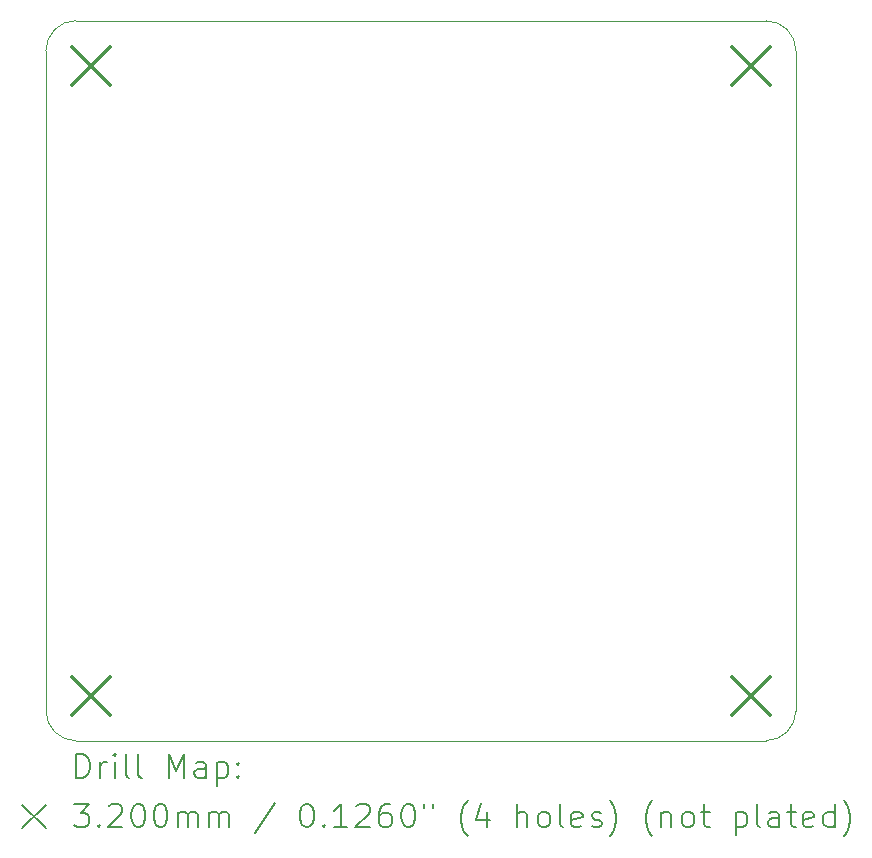
<source format=gbr>
%TF.GenerationSoftware,KiCad,Pcbnew,8.0.3*%
%TF.CreationDate,2025-02-15T11:00:28+13:00*%
%TF.ProjectId,2102_sram_tester,32313032-5f73-4726-916d-5f7465737465,rev?*%
%TF.SameCoordinates,Original*%
%TF.FileFunction,Drillmap*%
%TF.FilePolarity,Positive*%
%FSLAX45Y45*%
G04 Gerber Fmt 4.5, Leading zero omitted, Abs format (unit mm)*
G04 Created by KiCad (PCBNEW 8.0.3) date 2025-02-15 11:00:28*
%MOMM*%
%LPD*%
G01*
G04 APERTURE LIST*
%ADD10C,0.050000*%
%ADD11C,0.200000*%
%ADD12C,0.320000*%
G04 APERTURE END LIST*
D10*
X17272000Y-6832600D02*
X11430000Y-6832600D01*
X17526000Y-12674600D02*
X17526000Y-7086600D01*
X11176000Y-7086600D02*
G75*
G02*
X11430000Y-6832600I254000J0D01*
G01*
X11430000Y-12928600D02*
X17272000Y-12928600D01*
X17272000Y-6832600D02*
G75*
G02*
X17526000Y-7086600I0J-254000D01*
G01*
X11430000Y-12928600D02*
G75*
G02*
X11176000Y-12674600I0J254000D01*
G01*
X17526000Y-12674600D02*
G75*
G02*
X17272000Y-12928600I-254000J0D01*
G01*
X11176000Y-7086600D02*
X11176000Y-12674600D01*
D11*
D12*
X11397000Y-7053600D02*
X11717000Y-7373600D01*
X11717000Y-7053600D02*
X11397000Y-7373600D01*
X11397000Y-12387600D02*
X11717000Y-12707600D01*
X11717000Y-12387600D02*
X11397000Y-12707600D01*
X16985000Y-7053600D02*
X17305000Y-7373600D01*
X17305000Y-7053600D02*
X16985000Y-7373600D01*
X16985000Y-12387600D02*
X17305000Y-12707600D01*
X17305000Y-12387600D02*
X16985000Y-12707600D01*
D11*
X11434277Y-13242584D02*
X11434277Y-13042584D01*
X11434277Y-13042584D02*
X11481896Y-13042584D01*
X11481896Y-13042584D02*
X11510467Y-13052108D01*
X11510467Y-13052108D02*
X11529515Y-13071155D01*
X11529515Y-13071155D02*
X11539039Y-13090203D01*
X11539039Y-13090203D02*
X11548562Y-13128298D01*
X11548562Y-13128298D02*
X11548562Y-13156869D01*
X11548562Y-13156869D02*
X11539039Y-13194965D01*
X11539039Y-13194965D02*
X11529515Y-13214012D01*
X11529515Y-13214012D02*
X11510467Y-13233060D01*
X11510467Y-13233060D02*
X11481896Y-13242584D01*
X11481896Y-13242584D02*
X11434277Y-13242584D01*
X11634277Y-13242584D02*
X11634277Y-13109250D01*
X11634277Y-13147346D02*
X11643801Y-13128298D01*
X11643801Y-13128298D02*
X11653324Y-13118774D01*
X11653324Y-13118774D02*
X11672372Y-13109250D01*
X11672372Y-13109250D02*
X11691420Y-13109250D01*
X11758086Y-13242584D02*
X11758086Y-13109250D01*
X11758086Y-13042584D02*
X11748562Y-13052108D01*
X11748562Y-13052108D02*
X11758086Y-13061631D01*
X11758086Y-13061631D02*
X11767610Y-13052108D01*
X11767610Y-13052108D02*
X11758086Y-13042584D01*
X11758086Y-13042584D02*
X11758086Y-13061631D01*
X11881896Y-13242584D02*
X11862848Y-13233060D01*
X11862848Y-13233060D02*
X11853324Y-13214012D01*
X11853324Y-13214012D02*
X11853324Y-13042584D01*
X11986658Y-13242584D02*
X11967610Y-13233060D01*
X11967610Y-13233060D02*
X11958086Y-13214012D01*
X11958086Y-13214012D02*
X11958086Y-13042584D01*
X12215229Y-13242584D02*
X12215229Y-13042584D01*
X12215229Y-13042584D02*
X12281896Y-13185441D01*
X12281896Y-13185441D02*
X12348562Y-13042584D01*
X12348562Y-13042584D02*
X12348562Y-13242584D01*
X12529515Y-13242584D02*
X12529515Y-13137822D01*
X12529515Y-13137822D02*
X12519991Y-13118774D01*
X12519991Y-13118774D02*
X12500943Y-13109250D01*
X12500943Y-13109250D02*
X12462848Y-13109250D01*
X12462848Y-13109250D02*
X12443801Y-13118774D01*
X12529515Y-13233060D02*
X12510467Y-13242584D01*
X12510467Y-13242584D02*
X12462848Y-13242584D01*
X12462848Y-13242584D02*
X12443801Y-13233060D01*
X12443801Y-13233060D02*
X12434277Y-13214012D01*
X12434277Y-13214012D02*
X12434277Y-13194965D01*
X12434277Y-13194965D02*
X12443801Y-13175917D01*
X12443801Y-13175917D02*
X12462848Y-13166393D01*
X12462848Y-13166393D02*
X12510467Y-13166393D01*
X12510467Y-13166393D02*
X12529515Y-13156869D01*
X12624753Y-13109250D02*
X12624753Y-13309250D01*
X12624753Y-13118774D02*
X12643801Y-13109250D01*
X12643801Y-13109250D02*
X12681896Y-13109250D01*
X12681896Y-13109250D02*
X12700943Y-13118774D01*
X12700943Y-13118774D02*
X12710467Y-13128298D01*
X12710467Y-13128298D02*
X12719991Y-13147346D01*
X12719991Y-13147346D02*
X12719991Y-13204488D01*
X12719991Y-13204488D02*
X12710467Y-13223536D01*
X12710467Y-13223536D02*
X12700943Y-13233060D01*
X12700943Y-13233060D02*
X12681896Y-13242584D01*
X12681896Y-13242584D02*
X12643801Y-13242584D01*
X12643801Y-13242584D02*
X12624753Y-13233060D01*
X12805705Y-13223536D02*
X12815229Y-13233060D01*
X12815229Y-13233060D02*
X12805705Y-13242584D01*
X12805705Y-13242584D02*
X12796182Y-13233060D01*
X12796182Y-13233060D02*
X12805705Y-13223536D01*
X12805705Y-13223536D02*
X12805705Y-13242584D01*
X12805705Y-13118774D02*
X12815229Y-13128298D01*
X12815229Y-13128298D02*
X12805705Y-13137822D01*
X12805705Y-13137822D02*
X12796182Y-13128298D01*
X12796182Y-13128298D02*
X12805705Y-13118774D01*
X12805705Y-13118774D02*
X12805705Y-13137822D01*
X10973500Y-13471100D02*
X11173500Y-13671100D01*
X11173500Y-13471100D02*
X10973500Y-13671100D01*
X11415229Y-13462584D02*
X11539039Y-13462584D01*
X11539039Y-13462584D02*
X11472372Y-13538774D01*
X11472372Y-13538774D02*
X11500943Y-13538774D01*
X11500943Y-13538774D02*
X11519991Y-13548298D01*
X11519991Y-13548298D02*
X11529515Y-13557822D01*
X11529515Y-13557822D02*
X11539039Y-13576869D01*
X11539039Y-13576869D02*
X11539039Y-13624488D01*
X11539039Y-13624488D02*
X11529515Y-13643536D01*
X11529515Y-13643536D02*
X11519991Y-13653060D01*
X11519991Y-13653060D02*
X11500943Y-13662584D01*
X11500943Y-13662584D02*
X11443801Y-13662584D01*
X11443801Y-13662584D02*
X11424753Y-13653060D01*
X11424753Y-13653060D02*
X11415229Y-13643536D01*
X11624753Y-13643536D02*
X11634277Y-13653060D01*
X11634277Y-13653060D02*
X11624753Y-13662584D01*
X11624753Y-13662584D02*
X11615229Y-13653060D01*
X11615229Y-13653060D02*
X11624753Y-13643536D01*
X11624753Y-13643536D02*
X11624753Y-13662584D01*
X11710467Y-13481631D02*
X11719991Y-13472108D01*
X11719991Y-13472108D02*
X11739039Y-13462584D01*
X11739039Y-13462584D02*
X11786658Y-13462584D01*
X11786658Y-13462584D02*
X11805705Y-13472108D01*
X11805705Y-13472108D02*
X11815229Y-13481631D01*
X11815229Y-13481631D02*
X11824753Y-13500679D01*
X11824753Y-13500679D02*
X11824753Y-13519727D01*
X11824753Y-13519727D02*
X11815229Y-13548298D01*
X11815229Y-13548298D02*
X11700943Y-13662584D01*
X11700943Y-13662584D02*
X11824753Y-13662584D01*
X11948562Y-13462584D02*
X11967610Y-13462584D01*
X11967610Y-13462584D02*
X11986658Y-13472108D01*
X11986658Y-13472108D02*
X11996182Y-13481631D01*
X11996182Y-13481631D02*
X12005705Y-13500679D01*
X12005705Y-13500679D02*
X12015229Y-13538774D01*
X12015229Y-13538774D02*
X12015229Y-13586393D01*
X12015229Y-13586393D02*
X12005705Y-13624488D01*
X12005705Y-13624488D02*
X11996182Y-13643536D01*
X11996182Y-13643536D02*
X11986658Y-13653060D01*
X11986658Y-13653060D02*
X11967610Y-13662584D01*
X11967610Y-13662584D02*
X11948562Y-13662584D01*
X11948562Y-13662584D02*
X11929515Y-13653060D01*
X11929515Y-13653060D02*
X11919991Y-13643536D01*
X11919991Y-13643536D02*
X11910467Y-13624488D01*
X11910467Y-13624488D02*
X11900943Y-13586393D01*
X11900943Y-13586393D02*
X11900943Y-13538774D01*
X11900943Y-13538774D02*
X11910467Y-13500679D01*
X11910467Y-13500679D02*
X11919991Y-13481631D01*
X11919991Y-13481631D02*
X11929515Y-13472108D01*
X11929515Y-13472108D02*
X11948562Y-13462584D01*
X12139039Y-13462584D02*
X12158086Y-13462584D01*
X12158086Y-13462584D02*
X12177134Y-13472108D01*
X12177134Y-13472108D02*
X12186658Y-13481631D01*
X12186658Y-13481631D02*
X12196182Y-13500679D01*
X12196182Y-13500679D02*
X12205705Y-13538774D01*
X12205705Y-13538774D02*
X12205705Y-13586393D01*
X12205705Y-13586393D02*
X12196182Y-13624488D01*
X12196182Y-13624488D02*
X12186658Y-13643536D01*
X12186658Y-13643536D02*
X12177134Y-13653060D01*
X12177134Y-13653060D02*
X12158086Y-13662584D01*
X12158086Y-13662584D02*
X12139039Y-13662584D01*
X12139039Y-13662584D02*
X12119991Y-13653060D01*
X12119991Y-13653060D02*
X12110467Y-13643536D01*
X12110467Y-13643536D02*
X12100943Y-13624488D01*
X12100943Y-13624488D02*
X12091420Y-13586393D01*
X12091420Y-13586393D02*
X12091420Y-13538774D01*
X12091420Y-13538774D02*
X12100943Y-13500679D01*
X12100943Y-13500679D02*
X12110467Y-13481631D01*
X12110467Y-13481631D02*
X12119991Y-13472108D01*
X12119991Y-13472108D02*
X12139039Y-13462584D01*
X12291420Y-13662584D02*
X12291420Y-13529250D01*
X12291420Y-13548298D02*
X12300943Y-13538774D01*
X12300943Y-13538774D02*
X12319991Y-13529250D01*
X12319991Y-13529250D02*
X12348563Y-13529250D01*
X12348563Y-13529250D02*
X12367610Y-13538774D01*
X12367610Y-13538774D02*
X12377134Y-13557822D01*
X12377134Y-13557822D02*
X12377134Y-13662584D01*
X12377134Y-13557822D02*
X12386658Y-13538774D01*
X12386658Y-13538774D02*
X12405705Y-13529250D01*
X12405705Y-13529250D02*
X12434277Y-13529250D01*
X12434277Y-13529250D02*
X12453324Y-13538774D01*
X12453324Y-13538774D02*
X12462848Y-13557822D01*
X12462848Y-13557822D02*
X12462848Y-13662584D01*
X12558086Y-13662584D02*
X12558086Y-13529250D01*
X12558086Y-13548298D02*
X12567610Y-13538774D01*
X12567610Y-13538774D02*
X12586658Y-13529250D01*
X12586658Y-13529250D02*
X12615229Y-13529250D01*
X12615229Y-13529250D02*
X12634277Y-13538774D01*
X12634277Y-13538774D02*
X12643801Y-13557822D01*
X12643801Y-13557822D02*
X12643801Y-13662584D01*
X12643801Y-13557822D02*
X12653324Y-13538774D01*
X12653324Y-13538774D02*
X12672372Y-13529250D01*
X12672372Y-13529250D02*
X12700943Y-13529250D01*
X12700943Y-13529250D02*
X12719991Y-13538774D01*
X12719991Y-13538774D02*
X12729515Y-13557822D01*
X12729515Y-13557822D02*
X12729515Y-13662584D01*
X13119991Y-13453060D02*
X12948563Y-13710203D01*
X13377134Y-13462584D02*
X13396182Y-13462584D01*
X13396182Y-13462584D02*
X13415229Y-13472108D01*
X13415229Y-13472108D02*
X13424753Y-13481631D01*
X13424753Y-13481631D02*
X13434277Y-13500679D01*
X13434277Y-13500679D02*
X13443801Y-13538774D01*
X13443801Y-13538774D02*
X13443801Y-13586393D01*
X13443801Y-13586393D02*
X13434277Y-13624488D01*
X13434277Y-13624488D02*
X13424753Y-13643536D01*
X13424753Y-13643536D02*
X13415229Y-13653060D01*
X13415229Y-13653060D02*
X13396182Y-13662584D01*
X13396182Y-13662584D02*
X13377134Y-13662584D01*
X13377134Y-13662584D02*
X13358086Y-13653060D01*
X13358086Y-13653060D02*
X13348563Y-13643536D01*
X13348563Y-13643536D02*
X13339039Y-13624488D01*
X13339039Y-13624488D02*
X13329515Y-13586393D01*
X13329515Y-13586393D02*
X13329515Y-13538774D01*
X13329515Y-13538774D02*
X13339039Y-13500679D01*
X13339039Y-13500679D02*
X13348563Y-13481631D01*
X13348563Y-13481631D02*
X13358086Y-13472108D01*
X13358086Y-13472108D02*
X13377134Y-13462584D01*
X13529515Y-13643536D02*
X13539039Y-13653060D01*
X13539039Y-13653060D02*
X13529515Y-13662584D01*
X13529515Y-13662584D02*
X13519991Y-13653060D01*
X13519991Y-13653060D02*
X13529515Y-13643536D01*
X13529515Y-13643536D02*
X13529515Y-13662584D01*
X13729515Y-13662584D02*
X13615229Y-13662584D01*
X13672372Y-13662584D02*
X13672372Y-13462584D01*
X13672372Y-13462584D02*
X13653325Y-13491155D01*
X13653325Y-13491155D02*
X13634277Y-13510203D01*
X13634277Y-13510203D02*
X13615229Y-13519727D01*
X13805706Y-13481631D02*
X13815229Y-13472108D01*
X13815229Y-13472108D02*
X13834277Y-13462584D01*
X13834277Y-13462584D02*
X13881896Y-13462584D01*
X13881896Y-13462584D02*
X13900944Y-13472108D01*
X13900944Y-13472108D02*
X13910467Y-13481631D01*
X13910467Y-13481631D02*
X13919991Y-13500679D01*
X13919991Y-13500679D02*
X13919991Y-13519727D01*
X13919991Y-13519727D02*
X13910467Y-13548298D01*
X13910467Y-13548298D02*
X13796182Y-13662584D01*
X13796182Y-13662584D02*
X13919991Y-13662584D01*
X14091420Y-13462584D02*
X14053325Y-13462584D01*
X14053325Y-13462584D02*
X14034277Y-13472108D01*
X14034277Y-13472108D02*
X14024753Y-13481631D01*
X14024753Y-13481631D02*
X14005706Y-13510203D01*
X14005706Y-13510203D02*
X13996182Y-13548298D01*
X13996182Y-13548298D02*
X13996182Y-13624488D01*
X13996182Y-13624488D02*
X14005706Y-13643536D01*
X14005706Y-13643536D02*
X14015229Y-13653060D01*
X14015229Y-13653060D02*
X14034277Y-13662584D01*
X14034277Y-13662584D02*
X14072372Y-13662584D01*
X14072372Y-13662584D02*
X14091420Y-13653060D01*
X14091420Y-13653060D02*
X14100944Y-13643536D01*
X14100944Y-13643536D02*
X14110467Y-13624488D01*
X14110467Y-13624488D02*
X14110467Y-13576869D01*
X14110467Y-13576869D02*
X14100944Y-13557822D01*
X14100944Y-13557822D02*
X14091420Y-13548298D01*
X14091420Y-13548298D02*
X14072372Y-13538774D01*
X14072372Y-13538774D02*
X14034277Y-13538774D01*
X14034277Y-13538774D02*
X14015229Y-13548298D01*
X14015229Y-13548298D02*
X14005706Y-13557822D01*
X14005706Y-13557822D02*
X13996182Y-13576869D01*
X14234277Y-13462584D02*
X14253325Y-13462584D01*
X14253325Y-13462584D02*
X14272372Y-13472108D01*
X14272372Y-13472108D02*
X14281896Y-13481631D01*
X14281896Y-13481631D02*
X14291420Y-13500679D01*
X14291420Y-13500679D02*
X14300944Y-13538774D01*
X14300944Y-13538774D02*
X14300944Y-13586393D01*
X14300944Y-13586393D02*
X14291420Y-13624488D01*
X14291420Y-13624488D02*
X14281896Y-13643536D01*
X14281896Y-13643536D02*
X14272372Y-13653060D01*
X14272372Y-13653060D02*
X14253325Y-13662584D01*
X14253325Y-13662584D02*
X14234277Y-13662584D01*
X14234277Y-13662584D02*
X14215229Y-13653060D01*
X14215229Y-13653060D02*
X14205706Y-13643536D01*
X14205706Y-13643536D02*
X14196182Y-13624488D01*
X14196182Y-13624488D02*
X14186658Y-13586393D01*
X14186658Y-13586393D02*
X14186658Y-13538774D01*
X14186658Y-13538774D02*
X14196182Y-13500679D01*
X14196182Y-13500679D02*
X14205706Y-13481631D01*
X14205706Y-13481631D02*
X14215229Y-13472108D01*
X14215229Y-13472108D02*
X14234277Y-13462584D01*
X14377134Y-13462584D02*
X14377134Y-13500679D01*
X14453325Y-13462584D02*
X14453325Y-13500679D01*
X14748563Y-13738774D02*
X14739039Y-13729250D01*
X14739039Y-13729250D02*
X14719991Y-13700679D01*
X14719991Y-13700679D02*
X14710468Y-13681631D01*
X14710468Y-13681631D02*
X14700944Y-13653060D01*
X14700944Y-13653060D02*
X14691420Y-13605441D01*
X14691420Y-13605441D02*
X14691420Y-13567346D01*
X14691420Y-13567346D02*
X14700944Y-13519727D01*
X14700944Y-13519727D02*
X14710468Y-13491155D01*
X14710468Y-13491155D02*
X14719991Y-13472108D01*
X14719991Y-13472108D02*
X14739039Y-13443536D01*
X14739039Y-13443536D02*
X14748563Y-13434012D01*
X14910468Y-13529250D02*
X14910468Y-13662584D01*
X14862848Y-13453060D02*
X14815229Y-13595917D01*
X14815229Y-13595917D02*
X14939039Y-13595917D01*
X15167610Y-13662584D02*
X15167610Y-13462584D01*
X15253325Y-13662584D02*
X15253325Y-13557822D01*
X15253325Y-13557822D02*
X15243801Y-13538774D01*
X15243801Y-13538774D02*
X15224753Y-13529250D01*
X15224753Y-13529250D02*
X15196182Y-13529250D01*
X15196182Y-13529250D02*
X15177134Y-13538774D01*
X15177134Y-13538774D02*
X15167610Y-13548298D01*
X15377134Y-13662584D02*
X15358087Y-13653060D01*
X15358087Y-13653060D02*
X15348563Y-13643536D01*
X15348563Y-13643536D02*
X15339039Y-13624488D01*
X15339039Y-13624488D02*
X15339039Y-13567346D01*
X15339039Y-13567346D02*
X15348563Y-13548298D01*
X15348563Y-13548298D02*
X15358087Y-13538774D01*
X15358087Y-13538774D02*
X15377134Y-13529250D01*
X15377134Y-13529250D02*
X15405706Y-13529250D01*
X15405706Y-13529250D02*
X15424753Y-13538774D01*
X15424753Y-13538774D02*
X15434277Y-13548298D01*
X15434277Y-13548298D02*
X15443801Y-13567346D01*
X15443801Y-13567346D02*
X15443801Y-13624488D01*
X15443801Y-13624488D02*
X15434277Y-13643536D01*
X15434277Y-13643536D02*
X15424753Y-13653060D01*
X15424753Y-13653060D02*
X15405706Y-13662584D01*
X15405706Y-13662584D02*
X15377134Y-13662584D01*
X15558087Y-13662584D02*
X15539039Y-13653060D01*
X15539039Y-13653060D02*
X15529515Y-13634012D01*
X15529515Y-13634012D02*
X15529515Y-13462584D01*
X15710468Y-13653060D02*
X15691420Y-13662584D01*
X15691420Y-13662584D02*
X15653325Y-13662584D01*
X15653325Y-13662584D02*
X15634277Y-13653060D01*
X15634277Y-13653060D02*
X15624753Y-13634012D01*
X15624753Y-13634012D02*
X15624753Y-13557822D01*
X15624753Y-13557822D02*
X15634277Y-13538774D01*
X15634277Y-13538774D02*
X15653325Y-13529250D01*
X15653325Y-13529250D02*
X15691420Y-13529250D01*
X15691420Y-13529250D02*
X15710468Y-13538774D01*
X15710468Y-13538774D02*
X15719991Y-13557822D01*
X15719991Y-13557822D02*
X15719991Y-13576869D01*
X15719991Y-13576869D02*
X15624753Y-13595917D01*
X15796182Y-13653060D02*
X15815230Y-13662584D01*
X15815230Y-13662584D02*
X15853325Y-13662584D01*
X15853325Y-13662584D02*
X15872372Y-13653060D01*
X15872372Y-13653060D02*
X15881896Y-13634012D01*
X15881896Y-13634012D02*
X15881896Y-13624488D01*
X15881896Y-13624488D02*
X15872372Y-13605441D01*
X15872372Y-13605441D02*
X15853325Y-13595917D01*
X15853325Y-13595917D02*
X15824753Y-13595917D01*
X15824753Y-13595917D02*
X15805706Y-13586393D01*
X15805706Y-13586393D02*
X15796182Y-13567346D01*
X15796182Y-13567346D02*
X15796182Y-13557822D01*
X15796182Y-13557822D02*
X15805706Y-13538774D01*
X15805706Y-13538774D02*
X15824753Y-13529250D01*
X15824753Y-13529250D02*
X15853325Y-13529250D01*
X15853325Y-13529250D02*
X15872372Y-13538774D01*
X15948563Y-13738774D02*
X15958087Y-13729250D01*
X15958087Y-13729250D02*
X15977134Y-13700679D01*
X15977134Y-13700679D02*
X15986658Y-13681631D01*
X15986658Y-13681631D02*
X15996182Y-13653060D01*
X15996182Y-13653060D02*
X16005706Y-13605441D01*
X16005706Y-13605441D02*
X16005706Y-13567346D01*
X16005706Y-13567346D02*
X15996182Y-13519727D01*
X15996182Y-13519727D02*
X15986658Y-13491155D01*
X15986658Y-13491155D02*
X15977134Y-13472108D01*
X15977134Y-13472108D02*
X15958087Y-13443536D01*
X15958087Y-13443536D02*
X15948563Y-13434012D01*
X16310468Y-13738774D02*
X16300944Y-13729250D01*
X16300944Y-13729250D02*
X16281896Y-13700679D01*
X16281896Y-13700679D02*
X16272372Y-13681631D01*
X16272372Y-13681631D02*
X16262849Y-13653060D01*
X16262849Y-13653060D02*
X16253325Y-13605441D01*
X16253325Y-13605441D02*
X16253325Y-13567346D01*
X16253325Y-13567346D02*
X16262849Y-13519727D01*
X16262849Y-13519727D02*
X16272372Y-13491155D01*
X16272372Y-13491155D02*
X16281896Y-13472108D01*
X16281896Y-13472108D02*
X16300944Y-13443536D01*
X16300944Y-13443536D02*
X16310468Y-13434012D01*
X16386658Y-13529250D02*
X16386658Y-13662584D01*
X16386658Y-13548298D02*
X16396182Y-13538774D01*
X16396182Y-13538774D02*
X16415230Y-13529250D01*
X16415230Y-13529250D02*
X16443801Y-13529250D01*
X16443801Y-13529250D02*
X16462849Y-13538774D01*
X16462849Y-13538774D02*
X16472372Y-13557822D01*
X16472372Y-13557822D02*
X16472372Y-13662584D01*
X16596182Y-13662584D02*
X16577134Y-13653060D01*
X16577134Y-13653060D02*
X16567611Y-13643536D01*
X16567611Y-13643536D02*
X16558087Y-13624488D01*
X16558087Y-13624488D02*
X16558087Y-13567346D01*
X16558087Y-13567346D02*
X16567611Y-13548298D01*
X16567611Y-13548298D02*
X16577134Y-13538774D01*
X16577134Y-13538774D02*
X16596182Y-13529250D01*
X16596182Y-13529250D02*
X16624753Y-13529250D01*
X16624753Y-13529250D02*
X16643801Y-13538774D01*
X16643801Y-13538774D02*
X16653325Y-13548298D01*
X16653325Y-13548298D02*
X16662849Y-13567346D01*
X16662849Y-13567346D02*
X16662849Y-13624488D01*
X16662849Y-13624488D02*
X16653325Y-13643536D01*
X16653325Y-13643536D02*
X16643801Y-13653060D01*
X16643801Y-13653060D02*
X16624753Y-13662584D01*
X16624753Y-13662584D02*
X16596182Y-13662584D01*
X16719992Y-13529250D02*
X16796182Y-13529250D01*
X16748563Y-13462584D02*
X16748563Y-13634012D01*
X16748563Y-13634012D02*
X16758087Y-13653060D01*
X16758087Y-13653060D02*
X16777134Y-13662584D01*
X16777134Y-13662584D02*
X16796182Y-13662584D01*
X17015230Y-13529250D02*
X17015230Y-13729250D01*
X17015230Y-13538774D02*
X17034277Y-13529250D01*
X17034277Y-13529250D02*
X17072373Y-13529250D01*
X17072373Y-13529250D02*
X17091420Y-13538774D01*
X17091420Y-13538774D02*
X17100944Y-13548298D01*
X17100944Y-13548298D02*
X17110468Y-13567346D01*
X17110468Y-13567346D02*
X17110468Y-13624488D01*
X17110468Y-13624488D02*
X17100944Y-13643536D01*
X17100944Y-13643536D02*
X17091420Y-13653060D01*
X17091420Y-13653060D02*
X17072373Y-13662584D01*
X17072373Y-13662584D02*
X17034277Y-13662584D01*
X17034277Y-13662584D02*
X17015230Y-13653060D01*
X17224754Y-13662584D02*
X17205706Y-13653060D01*
X17205706Y-13653060D02*
X17196182Y-13634012D01*
X17196182Y-13634012D02*
X17196182Y-13462584D01*
X17386658Y-13662584D02*
X17386658Y-13557822D01*
X17386658Y-13557822D02*
X17377135Y-13538774D01*
X17377135Y-13538774D02*
X17358087Y-13529250D01*
X17358087Y-13529250D02*
X17319992Y-13529250D01*
X17319992Y-13529250D02*
X17300944Y-13538774D01*
X17386658Y-13653060D02*
X17367611Y-13662584D01*
X17367611Y-13662584D02*
X17319992Y-13662584D01*
X17319992Y-13662584D02*
X17300944Y-13653060D01*
X17300944Y-13653060D02*
X17291420Y-13634012D01*
X17291420Y-13634012D02*
X17291420Y-13614965D01*
X17291420Y-13614965D02*
X17300944Y-13595917D01*
X17300944Y-13595917D02*
X17319992Y-13586393D01*
X17319992Y-13586393D02*
X17367611Y-13586393D01*
X17367611Y-13586393D02*
X17386658Y-13576869D01*
X17453325Y-13529250D02*
X17529515Y-13529250D01*
X17481896Y-13462584D02*
X17481896Y-13634012D01*
X17481896Y-13634012D02*
X17491420Y-13653060D01*
X17491420Y-13653060D02*
X17510468Y-13662584D01*
X17510468Y-13662584D02*
X17529515Y-13662584D01*
X17672373Y-13653060D02*
X17653325Y-13662584D01*
X17653325Y-13662584D02*
X17615230Y-13662584D01*
X17615230Y-13662584D02*
X17596182Y-13653060D01*
X17596182Y-13653060D02*
X17586658Y-13634012D01*
X17586658Y-13634012D02*
X17586658Y-13557822D01*
X17586658Y-13557822D02*
X17596182Y-13538774D01*
X17596182Y-13538774D02*
X17615230Y-13529250D01*
X17615230Y-13529250D02*
X17653325Y-13529250D01*
X17653325Y-13529250D02*
X17672373Y-13538774D01*
X17672373Y-13538774D02*
X17681896Y-13557822D01*
X17681896Y-13557822D02*
X17681896Y-13576869D01*
X17681896Y-13576869D02*
X17586658Y-13595917D01*
X17853325Y-13662584D02*
X17853325Y-13462584D01*
X17853325Y-13653060D02*
X17834277Y-13662584D01*
X17834277Y-13662584D02*
X17796182Y-13662584D01*
X17796182Y-13662584D02*
X17777135Y-13653060D01*
X17777135Y-13653060D02*
X17767611Y-13643536D01*
X17767611Y-13643536D02*
X17758087Y-13624488D01*
X17758087Y-13624488D02*
X17758087Y-13567346D01*
X17758087Y-13567346D02*
X17767611Y-13548298D01*
X17767611Y-13548298D02*
X17777135Y-13538774D01*
X17777135Y-13538774D02*
X17796182Y-13529250D01*
X17796182Y-13529250D02*
X17834277Y-13529250D01*
X17834277Y-13529250D02*
X17853325Y-13538774D01*
X17929516Y-13738774D02*
X17939039Y-13729250D01*
X17939039Y-13729250D02*
X17958087Y-13700679D01*
X17958087Y-13700679D02*
X17967611Y-13681631D01*
X17967611Y-13681631D02*
X17977135Y-13653060D01*
X17977135Y-13653060D02*
X17986658Y-13605441D01*
X17986658Y-13605441D02*
X17986658Y-13567346D01*
X17986658Y-13567346D02*
X17977135Y-13519727D01*
X17977135Y-13519727D02*
X17967611Y-13491155D01*
X17967611Y-13491155D02*
X17958087Y-13472108D01*
X17958087Y-13472108D02*
X17939039Y-13443536D01*
X17939039Y-13443536D02*
X17929516Y-13434012D01*
M02*

</source>
